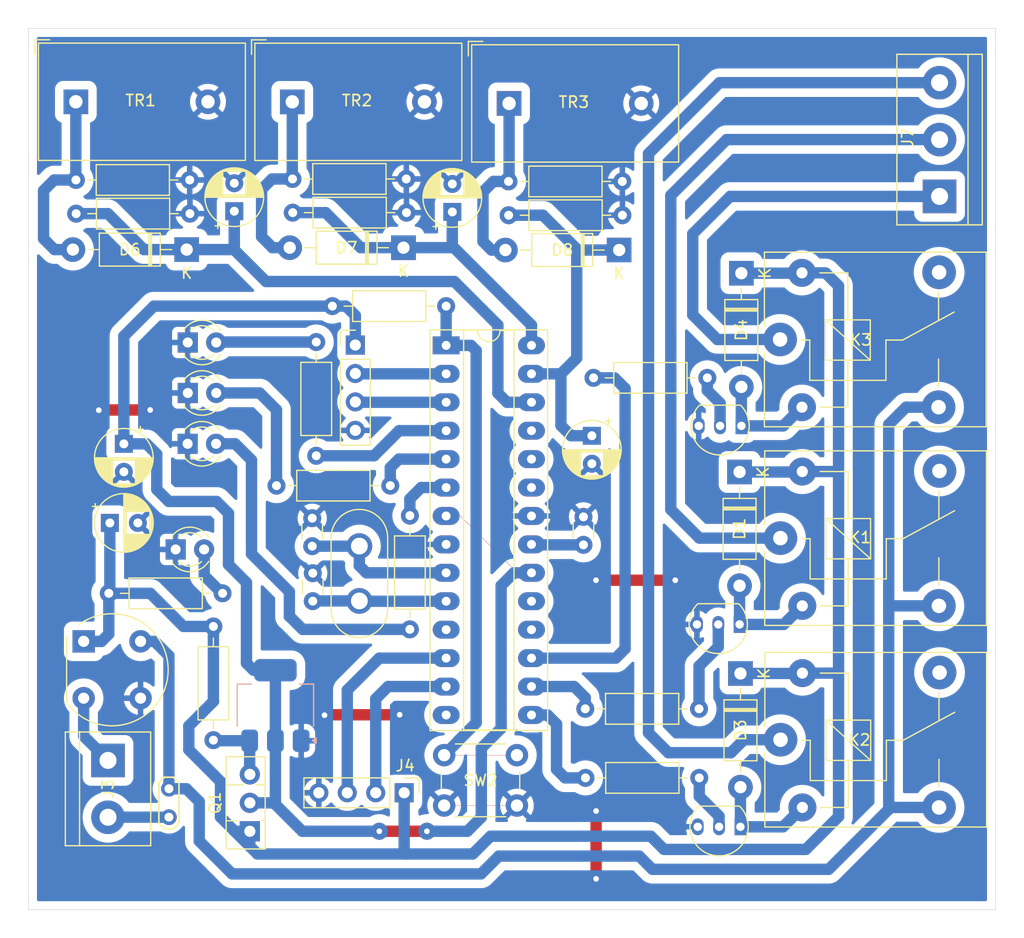
<source format=kicad_pcb>
(kicad_pcb (version 20240108) (generator "pcbnew") (generator_version "8.0")
  (layers (0 "F.Cu" signal) (31 "B.Cu" signal) (34 "B.Paste" user) (35 "F.Paste" user) (36 "B.SilkS" user "B.Silkscreen") (37 "F.SilkS" user "F.Silkscreen") (38 "B.Mask" user) (39 "F.Mask" user) (44 "Edge.Cuts" user))
  (net 0 "")
  (net 1 "+12V")
  (net 2 "GND")
  (net 3 "Net-(U2-AREF)")
  (net 4 "+5V")
  (net 5 "Net-(U2-XTAL1{slash}PB6)")
  (net 6 "Net-(U2-XTAL2{slash}PB7)")
  (net 7 "/current3")
  (net 8 "/current2")
  (net 9 "/current1")
  (net 10 "Net-(D1-A)")
  (net 11 "Net-(D2-A)")
  (net 12 "Net-(D3-A)")
  (net 13 "Net-(D4-A)")
  (net 14 "GNDPWR")
  (net 15 "AC")
  (net 16 "Net-(D6-A)")
  (net 17 "Net-(D7-A)")
  (net 18 "Net-(D8-A)")
  (net 19 "Net-(D9-A)")
  (net 20 "Net-(D10-A)")
  (net 21 "Net-(D11-A)")
  (net 22 "/Tx")
  (net 23 "/Rx")
  (net 24 "Net-(J3-Pin_2)")
  (net 25 "/GSM_Tx")
  (net 26 "/GSM_Rx")
  (net 27 "/channel3")
  (net 28 "/channel1")
  (net 29 "/channel2")
  (net 33 "Net-(Q1-B)")
  (net 34 "Net-(Q2-B)")
  (net 35 "Net-(Q3-B)")
  (net 36 "Net-(Q4-B)")
  (net 37 "Net-(SW2A-A)")
  (net 38 "/switch2")
  (net 39 "/switch3")
  (net 40 "/switch1")
  (net 41 "/led1")
  (net 42 "/led2")
  (net 43 "/led3")
  (footprint "Capacitor_THT:CP_Radial_D5.0mm_P2.50mm" (layer "F.Cu") (at 99.66 72.21 90)
    (property "Reference" "C6" (hide yes))
    (property "Value" "10uF")
  )
  (footprint "Connector_PinHeader_2.54mm:PinHeader_1x04_P2.54mm_Vertical" (layer "F.Cu") (at 110.47 84.17)
    (property "Reference" "J1" (hide yes))
    (property "Value" "Program")
  )
  (footprint "Resistor_THT:R_Axial_DIN0207_L6.3mm_D2.5mm_P10.16mm_Horizontal" (layer "F.Cu") (at 118.58 80.69 180)
    (property "Reference" "R3" (hide yes))
    (property "Value" "10k")
  )
  (footprint "Diode_THT:D_DO-41_SOD81_P10.16mm_Horizontal" (layer "F.Cu") (at 144.94 77.75 -90)
    (property "Reference" "D4")
    (property "Value" "1N4001")
  )
  (footprint "Package_DIP:DIP-28_W7.62mm_Socket_LongPads" (layer "F.Cu") (at 118.58 84.2)
    (property "Reference" "U2" (hide yes))
    (property "Value" "ATmega328P-P")
  )
  (footprint "TerminalBlock:TerminalBlock_bornier-2_P5.08mm" (layer "F.Cu") (at 88.385113 121.28 -90)
    (property "Reference" "J3")
    (property "Value" "Power")
  )
  (footprint "Resistor_THT:R_Axial_DIN0207_L6.3mm_D2.5mm_P10.16mm_Horizontal" (layer "F.Cu") (at 104.88 72.34)
    (property "Reference" "R10" (hide yes))
    (property "Value" "100k")
  )
  (footprint "Crystal:Crystal_HC50_Vertical" (layer "F.Cu") (at 110.83 107.03 90)
    (property "Reference" "Y1" (hide yes))
    (property "Value" "16MHz")
  )
  (footprint "Diode_THT:Diode_Bridge_Round_D9.8mm" (layer "F.Cu") (at 86.21 110.64)
    (property "Reference" "D5" (hide yes))
    (property "Value" "W04G")
  )
  (footprint "Diode_THT:D_DO-41_SOD81_P10.16mm_Horizontal" (layer "F.Cu") (at 95.41 75.64 180)
    (property "Reference" "D6")
    (property "Value" "1N4001")
  )
  (footprint "Resistor_THT:R_Axial_DIN0207_L6.3mm_D2.5mm_P10.16mm_Horizontal" (layer "F.Cu") (at 97.795113 109.31 -90)
    (property "Reference" "R2" (hide yes))
    (property "Value" "3")
  )
  (footprint "Transformer_THT:Transformer_Zeming_ZMCT103C" (layer "F.Cu") (at 104.84 62.44)
    (property "Reference" "TR2")
    (property "Value" "ZMCT103C")
  )
  (footprint "Capacitor_THT:CP_Radial_D5.0mm_P2.50mm" (layer "F.Cu") (at 89.8 92.994888 -90)
    (property "Reference" "C3" (hide yes))
    (property "Value" "100uF")
  )
  (footprint "Resistor_THT:R_Axial_DIN0207_L6.3mm_D2.5mm_P10.16mm_Horizontal" (layer "F.Cu") (at 124.16 72.57)
    (property "Reference" "R4" (hide yes))
    (property "Value" "100k")
  )
  (footprint "Connector_PinHeader_2.54mm:PinHeader_1x04_P2.54mm_Vertical" (layer "F.Cu") (at 114.83 124.17 -90)
    (property "Reference" "J4")
    (property "Value" "GSM")
  )
  (footprint "Capacitor_THT:CP_Radial_D5.0mm_P2.50mm" (layer "F.Cu") (at 88.550001 100.06)
    (property "Reference" "C1" (hide yes))
    (property "Value" "220uF")
  )
  (footprint "Capacitor_THT:C_Disc_D3.0mm_W1.6mm_P2.50mm" (layer "F.Cu") (at 106.67 104.55 -90)
    (property "Reference" "C5" (hide yes))
    (property "Value" "22pF")
  )
  (footprint "Relay_THT:Relay_SPDT_SANYOU_SRD_Series_Form_C" (layer "F.Cu") (at 148.44 119.43)
    (property "Reference" "K2")
    (property "Value" "SANYOU_SRD_Form_C" (hide yes))
  )
  (footprint "Capacitor_THT:CP_Radial_D5.0mm_P2.50mm" (layer "F.Cu") (at 119.13 72.275113 90)
    (property "Reference" "C7" (hide yes))
    (property "Value" "10uF")
  )
  (footprint "Diode_THT:D_DO-41_SOD81_P10.16mm_Horizontal" (layer "F.Cu") (at 144.78 95.51 -90)
    (property "Reference" "D1")
    (property "Value" "1N4001")
  )
  (footprint "Capacitor_THT:CP_Radial_D5.0mm_P2.50mm" (layer "F.Cu") (at 131.59 92.27 -90)
    (property "Reference" "C8" (hide yes))
    (property "Value" "10uF")
  )
  (footprint "TestPoint:TestPoint_2Pads_Pitch2.54mm_Drill0.8mm" (layer "F.Cu") (at 93.825113 126.35 90)
    (property "Reference" "SW1" (hide yes))
    (property "Value" "Switch")
  )
  (footprint "LED_THT:LED_D3.0mm" (layer "F.Cu") (at 95.495 92.99)
    (property "Reference" "D11" (hide yes))
    (property "Value" "Ch.1")
  )
  (footprint "Package_TO_SOT_THT:TO-92_Inline" (layer "F.Cu") (at 144.22 127.21 180)
    (property "Reference" "Q3" (hide yes))
    (property "Value" "BC547")
  )
  (footprint "Resistor_THT:R_Axial_DIN0207_L6.3mm_D2.5mm_P10.16mm_Horizontal" (layer "F.Cu") (at 131.74 87.1)
    (property "Reference" "R7" (hide yes))
    (property "Value" "10k")
  )
  (footprint "Diode_THT:D_DO-41_SOD81_P10.16mm_Horizontal" (layer "F.Cu") (at 114.77 75.47 180)
    (property "Reference" "D7")
    (property "Value" "1N4001")
  )
  (footprint "Resistor_THT:R_Axial_DIN0207_L6.3mm_D2.5mm_P10.16mm_Horizontal" (layer "F.Cu") (at 131 116.67)
    (property "Reference" "R5" (hide yes))
    (property "Value" "10k")
  )
  (footprint "LED_THT:LED_D3.0mm" (layer "F.Cu") (at 94.425 102.43)
    (property "Reference" "D2" (hide yes))
    (property "Value" "Power")
  )
  (footprint "Resistor_THT:R_Axial_DIN0207_L6.3mm_D2.5mm_P10.16mm_Horizontal" (layer "F.Cu") (at 115.34 99.41 -90)
    (property "Reference" "R15" (hide yes))
    (property "Value" "220")
  )
  (footprint "Resistor_THT:R_Axial_DIN0207_L6.3mm_D2.5mm_P10.16mm_Horizontal" (layer "F.Cu") (at 113.59 96.73 180)
    (property "Reference" "R14" (hide yes))
    (property "Value" "220")
  )
  (footprint "Resistor_THT:R_Axial_DIN0207_L6.3mm_D2.5mm_P10.16mm_Horizontal" (layer "F.Cu") (at 85.52 69.42)
    (property "Reference" "R8" (hide yes))
    (property "Value" "2.2k")
  )
  (footprint "Package_TO_SOT_THT:TO-126-3_Vertical" (layer "F.Cu") (at 101.05 127.61 90)
    (property "Reference" "Q1")
    (property "Value" "BD138")
  )
  (footprint "Capacitor_THT:C_Disc_D3.0mm_W1.6mm_P2.50mm" (layer "F.Cu") (at 106.62 102.14 90)
    (property "Reference" "C4" (hide yes))
    (property "Value" "22pF")
  )
  (footprint "Resistor_THT:R_Axial_DIN0207_L6.3mm_D2.5mm_P10.16mm_Horizontal" (layer "F.Cu") (at 106.98 94.06 90)
    (property "Reference" "R13" (hide yes))
    (property "Value" "220")
  )
  (footprint "Transformer_THT:Transformer_Zeming_ZMCT103C" (layer "F.Cu") (at 85.5125 62.4325)
    (property "Reference" "TR1")
    (property "Value" "ZMCT103C")
  )
  (footprint "Resistor_THT:R_Axial_DIN0207_L6.3mm_D2.5mm_P10.16mm_Horizontal" (layer "F.Cu") (at 131.02 122.84)
    (property "Reference" "R6" (hide yes))
    (property "Value" "10k")
  )
  (footprint "LED_THT:LED_D3.0mm" (layer "F.Cu") (at 95.51 88.45)
    (property "Reference" "D10" (hide yes))
    (property "Value" "Ch.1")
  )
  (footprint "Capacitor_THT:C_Disc_D3.0mm_W1.6mm_P2.50mm" (layer "F.Cu") (at 130.84 102.02 90)
    (property "Reference" "C2" (hide yes))
    (property "Value" "100nF")
  )
  (footprint "Button_Switch_THT:SW_PUSH_6mm" (layer "F.Cu") (at 118.4 120.81)
    (property "Reference" "SW2")
    (property "Value" "Reset")
  )
  (footprint "Transformer_THT:Transformer_Zeming_ZMCT103C" (layer "F.Cu") (at 124.2 62.58)
    (property "Reference" "TR3")
    (property "Value" "ZMCT103C")
  )
  (footprint "Package_TO_SOT_THT:TO-92_Inline" (layer "F.Cu") (at 144.31 91.39 180)
    (property "Reference" "Q4" (hide yes))
    (property "Value" "BC547")
  )
  (footprint "LED_THT:LED_D3.0mm" (layer "F.Cu") (at 95.505 83.94)
    (property "Reference" "D9" (hide yes))
    (property "Value" "Ch.1")
  )
  (footprint "Resistor_THT:R_Axial_DIN0207_L6.3mm_D2.5mm_P10.16mm_Horizontal" (layer "F.Cu") (at 88.455113 106.35)
    (property "Reference" "R1" (hide yes))
    (property "Value" "1k")
  )
  (footprint "Diode_THT:D_DO-41_SOD81_P10.16mm_Horizontal" (layer "F.Cu") (at 134.03 75.68 180)
    (property "Reference" "D8")
    (property "Value" "1N4001")
  )
  (footprint "Package_TO_SOT_THT:TO-92_Inline" (layer "F.Cu") (at 144.15 109.13 180)
    (property "Reference" "Q2" (hide yes))
    (property "Value" "BC547")
  )
  (footprint "Resistor_THT:R_Axial_DIN0207_L6.3mm_D2.5mm_P10.16mm_Horizontal" (layer "F.Cu") (at 124.15 69.55)
    (property "Reference" "R12" (hide yes))
    (property "Value" "2.2k")
  )
  (footprint "Resistor_THT:R_Axial_DIN0207_L6.3mm_D2.5mm_P10.16mm_Horizontal" (layer "F.Cu") (at 104.86 69.33)
    (property "Reference" "R11" (hide yes))
    (property "Value" "2.2k")
  )
  (footprint "TerminalBlock:TerminalBlock_bornier-3_P5.08mm" (layer "F.Cu") (at 162.64 70.89 90)
    (property "Reference" "J7")
    (property "Value" "Output Channels")
  )
  (footprint "Resistor_THT:R_Axial_DIN0207_L6.3mm_D2.5mm_P10.16mm_Horizontal" (layer "F.Cu") (at 85.54 72.43)
    (property "Reference" "R9" (hide yes))
    (property "Value" "100k")
  )
  (footprint "Diode_THT:D_DO-41_SOD81_P10.16mm_Horizontal" (layer "F.Cu") (at 144.86 113.51 -90)
    (property "Reference" "D3")
    (property "Value" "1N4001")
  )
  (footprint "Relay_THT:Relay_SPDT_SANYOU_SRD_Series_Form_C" (layer "F.Cu") (at 148.4 83.67)
    (property "Reference" "K3")
    (property "Value" "SANYOU_SRD_Form_C" (hide yes))
  )
  (footprint "Relay_THT:Relay_SPDT_SANYOU_SRD_Series_Form_C" (layer "F.Cu") (at 148.43 101.42)
    (property "Reference" "K1")
    (property "Value" "SANYOU_SRD_Form_C" (hide yes))
  )
  (footprint "Package_TO_SOT_SMD:SOT-223-3_TabPin2" (layer "B.Cu") (at 103.3325 116.37 90)
    (property "Reference" "U1" (hide yes))
    (property "Value" "AMS1117-5.0")
  )
  (gr_line (start 81.28 55.88) (end 167.64 55.88) (stroke (width 0.05)) (layer "Edge.Cuts"))
  (gr_line (start 167.64 134.62) (end 83.82 134.62) (stroke (width 0.05)) (layer "Edge.Cuts"))
  (gr_line (start 167.64 55.88) (end 167.64 134.62) (stroke (width 0.05)) (layer "Edge.Cuts"))
  (gr_line (start 83.82 134.62) (end 81.28 134.62) (stroke (width 0.05)) (layer "Edge.Cuts"))
  (gr_line (start 81.28 134.62) (end 81.28 55.88) (stroke (width 0.05)) (layer "Edge.Cuts"))
  (segment (start 101.05 128.96) (end 101.05 127.61) (width 1.016) (layer "B.Cu") (net 1))
  (segment (start 101.05 128.96) (end 99.7 127.61) (width 1.016) (layer "B.Cu") (net 1))
  (segment (start 153.62 126.31) (end 150.7 129.23) (width 1.016) (layer "B.Cu") (net 1))
  (segment (start 101.05 127.61) (end 99.7 127.61) (width 1.016) (layer "B.Cu") (net 1))
  (segment (start 88.455113 106.35) (end 88.455113 109.984887) (width 1.016) (layer "B.Cu") (net 1))
  (segment (start 122.544472 128.05) (end 120.954472 129.64) (width 1.016) (layer "B.Cu") (net 1))
  (segment (start 150.38 95.47) (end 153.59 95.47) (width 1.016) (layer "B.Cu") (net 1))
  (segment (start 99.7 127.61) (end 98.43 126.34) (width 1.016) (layer "B.Cu") (net 1))
  (segment (start 152.45 77.72) (end 153.62 78.89) (width 1.016) (layer "B.Cu") (net 1))
  (segment (start 88.455113 106.35) (end 92.16 106.35) (width 1.016) (layer "B.Cu") (net 1))
  (segment (start 88.550001 100.06) (end 88.550001 106.255112) (width 1.016) (layer "B.Cu") (net 1))
  (segment (start 150.32 77.75) (end 150.35 77.72) (width 1.016) (layer "B.Cu") (net 1))
  (segment (start 95.603113 118.196887) (end 97.8 116) (width 1.016) (layer "B.Cu") (net 1))
  (segment (start 95.12 109.31) (end 97.795113 109.31) (width 1.016) (layer "B.Cu") (net 1))
  (segment (start 150.39 113.48) (end 153.47 113.48) (width 1.016) (layer "B.Cu") (net 1))
  (segment (start 138.03 129.23) (end 136.85 128.05) (width 1.016) (layer "B.Cu") (net 1))
  (segment (start 150.7 129.23) (end 138.03 129.23) (width 1.016) (layer "B.Cu") (net 1))
  (segment (start 88.455113 109.984887) (end 87.79 110.65) (width 1.016) (layer "B.Cu") (net 1))
  (segment (start 97.8 116) (end 97.795113 115.995113) (width 1.016) (layer "B.Cu") (net 1))
  (segment (start 153.62 95.5) (end 153.62 113.33) (width 1.016) (layer "B.Cu") (net 1))
  (segment (start 114.83 124.17) (end 114.83 129.49) (width 1.016) (layer "B.Cu") (net 1))
  (segment (start 114.98 129.64) (end 101.73 129.64) (width 1.016) (layer "B.Cu") (net 1))
  (segment (start 92.16 106.35) (end 95.12 109.31) (width 1.016) (layer "B.Cu") (net 1))
  (segment (start 87.79 110.65) (end 87.26 110.65) (width 1.016) (layer "B.Cu") (net 1))
  (segment (start 144.78 95.51) (end 150.34 95.51) (width 1.016) (layer "B.Cu") (net 1))
  (segment (start 153.62 113.33) (end 153.62 126.31) (width 1.016) (layer "B.Cu") (net 1))
  (segment (start 153.62 78.89) (end 153.62 95.5) (width 1.016) (layer "B.Cu") (net 1))
  (segment (start 144.94 77.75) (end 150.32 77.75) (width 1.016) (layer "B.Cu") (net 1))
  (segment (start 153.47 113.48) (end 153.62 113.33) (width 1.016) (layer "B.Cu") (net 1))
  (segment (start 101.73 129.64) (end 101.05 128.96) (width 1.016) (layer "B.Cu") (net 1))
  (segment (start 150.34 95.51) (end 150.38 95.47) (width 1.016) (layer "B.Cu") (net 1))
  (segment (start 153.59 95.47) (end 153.62 95.5) (width 1.016) (layer "B.Cu") (net 1))
  (segment (start 87.25 110.64) (end 86.21 110.64) (width 1.016) (layer "B.Cu") (net 1))
  (segment (start 150.35 77.72) (end 152.45 77.72) (width 1.016) (layer "B.Cu") (net 1))
  (segment (start 98.43 126.34) (end 98.43 123.17) (width 1.016) (layer "B.Cu") (net 1))
  (segment (start 97.795113 115.995113) (end 97.795113 109.31) (width 1.016) (layer "B.Cu") (net 1))
  (segment (start 144.86 113.51) (end 150.36 113.51) (width 1.016) (layer "B.Cu") (net 1))
  (segment (start 87.26 110.65) (end 87.25 110.64) (width 1.016) (layer "B.Cu") (net 1))
  (segment (start 114.83 129.49) (end 114.98 129.64) (width 1.016) (layer "B.Cu") (net 1))
  (segment (start 120.954472 129.64) (end 114.98 129.64) (width 1.016) (layer "B.Cu") (net 1))
  (segment (start 95.603113 120.333113) (end 95.603113 118.196887) (width 1.016) (layer "B.Cu") (net 1))
  (segment (start 88.550001 106.255112) (end 88.455113 106.35) (width 1.016) (layer "B.Cu") (net 1))
  (segment (start 98.43 123.17) (end 97.93 122.67) (width 1.016) (layer "B.Cu") (net 1))
  (segment (start 136.85 128.05) (end 122.544472 128.05) (width 1.016) (layer "B.Cu") (net 1))
  (segment (start 97.93 122.66) (end 95.603113 120.333113) (width 1.016) (layer "B.Cu") (net 1))
  (segment (start 150.36 113.51) (end 150.39 113.48) (width 1.016) (layer "B.Cu") (net 1))
  (segment (start 97.93 122.67) (end 97.93 122.66) (width 1.016) (layer "B.Cu") (net 1))
  (segment (start 87.58 89.97) (end 87.56 89.99) (width 1.016) (layer "F.Cu") (net 2))
  (segment (start 131.97 131.86) (end 131.97 125.8) (width 1.016) (layer "F.Cu") (net 2))
  (segment (start 118.4 125.31) (end 124.9 125.31) (width 0.0254) (layer "F.Cu") (net 2))
  (segment (start 114.43 117.2) (end 107.758 117.2) (width 1.016) (layer "F.Cu") (net 2))
  (segment (start 139.04 105.18) (end 131.96 105.18) (width 1.016) (layer "F.Cu") (net 2))
  (segment (start 107.758 117.2) (end 107.718 117.24) (width 1.016) (layer "F.Cu") (net 2))
  (segment (start 92.15 89.97) (end 87.58 89.97) (width 1.016) (layer "F.Cu") (net 2))
  (via (at 114.43 117.2) (size 1.524) (drill 0.508) (layers "F.Cu" "B.Cu") (net 2))
  (via (at 131.97 125.8) (size 1.524) (drill 0.508) (layers "F.Cu" "B.Cu") (net 2))
  (via (at 92.15 89.97) (size 1.524) (drill 0.508) (layers "F.Cu" "B.Cu") (net 2))
  (via (at 131.96 105.18) (size 1.524) (drill 0.508) (layers "F.Cu" "B.Cu") (net 2))
  (via (at 87.56 89.99) (size 1.524) (drill 0.508) (layers "F.Cu" "B.Cu") (net 2))
  (via (at 131.97 131.86) (size 1.524) (drill 0.508) (layers "F.Cu" "B.Cu") (net 2))
  (via (at 139.04 105.18) (size 1.524) (drill 0.508) (layers "F.Cu" "B.Cu") (net 2))
  (via (at 107.718 117.24) (size 1.524) (drill 0.508) (layers "F.Cu" "B.Cu") (net 2))
  (segment (start 126.25 99.49) (end 126.2 99.44) (width 1.016) (layer "B.Cu") (net 2))
  (segment (start 126.24 102.02) (end 126.2 101.98) (width 1.016) (layer "B.Cu") (net 3))
  (segment (start 130.84 102.02) (end 126.24 102.02) (width 1.016) (layer "B.Cu") (net 3))
  (segment (start 112.612 127.608) (end 112.61 127.61) (width 1.016) (layer "F.Cu") (net 4))
  (segment (start 112.61 127.61) (end 112.61 127.608) (width 1.016) (layer "F.Cu") (net 4))
  (segment (start 118.58 99.44) (end 119.85 99.44) (width 0.0254) (layer "F.Cu") (net 4))
  (segment (start 119.85 99.44) (end 124.93 104.52) (width 0.0254) (layer "F.Cu") (net 4))
  (segment (start 116.862 127.608) (end 112.612 127.608) (width 1.016) (layer "F.Cu") (net 4))
  (segment (start 124.93 104.52) (end 126.2 104.52) (width 0.0254) (layer "F.Cu") (net 4))
  (via (at 112.61 127.608) (size 1.524) (drill 0.508) (layers "F.Cu" "B.Cu") (net 4))
  (via (at 116.862 127.608) (size 1.524) (drill 0.508) (layers "F.Cu" "B.Cu") (net 4))
  (segment (start 109.63 80.69) (end 110.47 81.53) (width 1.016) (layer "B.Cu") (net 4))
  (segment (start 103.3325 125.2125) (end 103.39 125.27) (width 1.016) (layer "B.Cu") (net 4))
  (segment (start 93.81 98.14) (end 98.08 98.14) (width 1.016) (layer "B.Cu") (net 4))
  (segment (start 105.728 127.608) (end 103.19 125.07) (width 1.016) (layer "B.Cu") (net 4))
  (segment (start 103.19 125.07) (end 101.05 125.07) (width 1.016) (layer "B.Cu") (net 4))
  (segment (start 121.71 120.19) (end 123.49 118.41) (width 1.016) (layer "B.Cu") (net 4))
  (segment (start 123.49 118.41) (end 123.49 105.66) (width 1.016) (layer "B.Cu") (net 4))
  (segment (start 112.61 127.608) (end 105.728 127.608) (width 1.016) (layer "B.Cu") (net 4))
  (segment (start 92.74 97.07) (end 93.81 98.14) (width 1.016) (layer "B.Cu") (net 4))
  (segment (start 92.48 80.69) (end 89.8 83.37) (width 1.016) (layer "B.Cu") (net 4))
  (segment (start 103.3325 119.52) (end 103.3325 125.2125) (width 1.016) (layer "B.Cu") (net 4))
  (segment (start 100.75 112.59) (end 101.38 113.22) (width 1.016) (layer "B.Cu") (net 4))
  (segment (start 89.8 83.37) (end 89.8 92.994888) (width 1.016) (layer "B.Cu") (net 4))
  (segment (start 89.8 92.994888) (end 91.814888 92.994888) (width 1.016) (layer "B.Cu") (net 4))
  (segment (start 116.862 127.608) (end 120.472 127.608) (width 1.016) (layer "B.Cu") (net 4))
  (segment (start 110.47 81.53) (end 110.47 84.17) (width 1.016) (layer "B.Cu") (net 4))
  (segment (start 100.75 105.39) (end 100.75 112.59) (width 1.016) (layer "B.Cu") (net 4))
  (segment (start 101.38 113.22) (end 103.3325 113.22) (width 1.016) (layer "B.Cu") (net 4))
  (segment (start 98.08 98.14) (end 99.145 99.205) (width 1.016) (layer "B.Cu") (net 4))
  (segment (start 120.472 127.608) (end 121.72 126.36) (width 1.016) (layer "B.Cu") (net 4))
  (segment (start 99.145 99.205) (end 99.145 103.785) (width 1.016) (layer "B.Cu") (net 4))
  (segment (start 123.49 105.66) (end 124.63 104.52) (width 1.016) (layer "B.Cu") (net 4))
  (segment (start 108.42 80.69) (end 92.48 80.69) (width 1.016) (layer "B.Cu") (net 4))
  (segment (start 124.63 104.52) (end 126.2 104.52) (width 1.016) (layer "B.Cu") (net 4))
  (segment (start 121.72 126.36) (end 121.72 120.2) (width 1.016) (layer "B.Cu") (net 4))
  (segment (start 92.74 93.92) (end 92.74 97.07) (width 1.016) (layer "B.Cu") (net 4))
  (segment (start 108.42 80.69) (end 109.63 80.69) (width 1.016) (layer "B.Cu") (net 4))
  (segment (start 91.814888 92.994888) (end 92.74 93.92) (width 1.016) (layer "B.Cu") (net 4))
  (segment (start 99.145 103.785) (end 100.75 105.39) (width 1.016) (layer "B.Cu") (net 4))
  (segment (start 103.3325 113.22) (end 103.3325 119.52) (width 1.016) (layer "B.Cu") (net 4))
  (segment (start 121.72 120.2) (end 121.71 120.19) (width 1.016) (layer "B.Cu") (net 4))
  (segment (start 111.46 104.52) (end 110.82 103.88) (width 1.016) (layer "B.Cu") (net 5))
  (segment (start 110.82 102.14) (end 110.83 102.13) (width 1.016) (layer "B.Cu") (net 5))
  (segment (start 118.58 104.52) (end 111.46 104.52) (width 1.016) (layer "B.Cu") (net 5))
  (segment (start 106.62 102.14) (end 110.82 102.14) (width 1.016) (layer "B.Cu") (net 5))
  (segment (start 110.82 103.88) (end 110.83 103.87) (width 1.016) (layer "B.Cu") (net 5))
  (segment (start 110.83 103.87) (end 110.83 102.13) (width 1.016) (layer "B.Cu") (net 5))
  (segment (start 110.83 107.03) (end 106.69 107.03) (width 1.016) (layer "B.Cu") (net 6))
  (segment (start 106.69 107.03) (end 106.67 107.05) (width 1.016) (layer "B.Cu") (net 6))
  (segment (start 118.58 107.06) (end 110.86 107.06) (width 1.016) (layer "B.Cu") (net 6))
  (segment (start 110.86 107.06) (end 110.83 107.03) (width 1.016) (layer "B.Cu") (net 6))
  (segment (start 99.66 72.21) (end 99.66 75.31) (width 1.016) (layer "B.Cu") (net 7))
  (segment (start 102.49 78.49) (end 119.31 78.49) (width 1.016) (layer "B.Cu") (net 7))
  (segment (start 119.31 78.49) (end 123.2 82.38) (width 1.016) (layer "B.Cu") (net 7))
  (segment (start 99.66 72.21) (end 99.66 75.66) (width 1.016) (layer "B.Cu") (net 7))
  (segment (start 123.2 88.47) (end 124.01 89.28) (width 1.016) (layer "B.Cu") (net 7))
  (segment (start 88.38 72.43) (end 91.59 75.64) (width 1.016) (layer "B.Cu") (net 7))
  (segment (start 124.01 89.28) (end 126.2 89.28) (width 1.016) (layer "B.Cu") (net 7))
  (segment (start 91.59 75.64) (end 95.41 75.64) (width 1.016) (layer "B.Cu") (net 7))
  (segment (start 99.33 75.64) (end 95.41 75.64) (width 1.016) (layer "B.Cu") (net 7))
  (segment (start 123.2 82.38) (end 123.2 88.47) (width 1.016) (layer "B.Cu") (net 7))
  (segment (start 99.66 75.66) (end 102.49 78.49) (width 1.016) (layer "B.Cu") (net 7))
  (segment (start 99.66 75.31) (end 99.33 75.64) (width 1.016) (layer "B.Cu") (net 7))
  (segment (start 85.54 72.43) (end 88.38 72.43) (width 1.016) (layer "B.Cu") (net 7))
  (segment (start 110.95 75.47) (end 114.77 75.47) (width 1.016) (layer "B.Cu") (net 8))
  (segment (start 104.88 72.34) (end 107.82 72.34) (width 1.016) (layer "B.Cu") (net 8))
  (segment (start 119.13 75.47) (end 114.77 75.47) (width 1.016) (layer "B.Cu") (net 8))
  (segment (start 107.82 72.34) (end 110.95 75.47) (width 1.016) (layer "B.Cu") (net 8))
  (segment (start 119.13 74.1) (end 119.13 75.47) (width 1.016) (layer "B.Cu") (net 8))
  (segment (start 119.13 75.32) (end 126.2 82.39) (width 1.016) (layer "B.Cu") (net 8))
  (segment (start 119.13 72.275113) (end 119.13 74.1) (width 1.016) (layer "B.Cu") (net 8))
  (segment (start 119.13 74.1) (end 119.13 75.32) (width 1.016) (layer "B.Cu") (net 8))
  (segment (start 126.2 82.39) (end 126.2 84.2) (width 1.016) (layer "B.Cu") (net 8))
  (segment (start 124.16 72.57) (end 127.22 72.57) (width 1.016) (layer "B.Cu") (net 9))
  (segment (start 130.24 75.77) (end 130.33 75.68) (width 1.016) (layer "B.Cu") (net 9))
  (segment (start 127.22 72.57) (end 130.33 75.68) (width 1.016) (layer "B.Cu") (net 9))
  (segment (start 129.74 92.27) (end 131.59 92.27) (width 1.016) (layer "B.Cu") (net 9))
  (segment (start 128.83 91.36) (end 129.74 92.27) (width 1.016) (layer "B.Cu") (net 9))
  (segment (start 128.83 86.74) (end 128.83 91.36) (width 1.016) (layer "B.Cu") (net 9))
  (segment (start 126.2 86.74) (end 128.83 86.74) (width 1.016) (layer "B.Cu") (net 9))
  (segment (start 130.33 75.68) (end 134.03 75.68) (width 1.016) (layer "B.Cu") (net 9))
  (segment (start 128.83 86.74) (end 130.24 85.33) (width 1.016) (layer "B.Cu") (net 9))
  (segment (start 130.24 85.33) (end 130.24 75.77) (width 1.016) (layer "B.Cu") (net 9))
  (segment (start 144.785 109.13) (end 148.72 109.13) (width 1.016) (layer "B.Cu") (net 10))
  (segment (start 144.78 109.125) (end 144.785 109.13) (width 1.016) (layer "B.Cu") (net 10))
  (segment (start 148.72 109.13) (end 150.38 107.47) (width 1.016) (layer "B.Cu") (net 10))
  (segment (start 144.78 105.67) (end 144.78 109.125) (width 1.016) (layer "B.Cu") (net 10))
  (segment (start 96.975 104.765) (end 96.975 102.44) (width 1.016) (layer "B.Cu") (net 11))
  (segment (start 98.56 106.35) (end 96.975 104.765) (width 1.016) (layer "B.Cu") (net 11))
  (segment (start 96.975 102.44) (end 96.965 102.43) (width 1.016) (layer "B.Cu") (net 11))
  (segment (start 98.615113 106.35) (end 98.56 106.35) (width 1.016) (layer "B.Cu") (net 11))
  (segment (start 144.86 127.205) (end 144.855 127.21) (width 1.016) (layer "B.Cu") (net 12))
  (segment (start 144.86 123.67) (end 144.86 127.205) (width 1.016) (layer "B.Cu") (net 12))
  (segment (start 148.66 127.21) (end 150.39 125.48) (width 1.016) (layer "B.Cu") (net 12))
  (segment (start 144.855 127.21) (end 148.66 127.21) (width 1.016) (layer "B.Cu") (net 12))
  (segment (start 144.94 87.91) (end 144.94 91.385) (width 1.016) (layer "B.Cu") (net 13))
  (segment (start 144.94 91.385) (end 144.945 91.39) (width 1.016) (layer "B.Cu") (net 13))
  (segment (start 144.945 91.39) (end 148.68 91.39) (width 1.016) (layer "B.Cu") (net 13))
  (segment (start 148.68 91.39) (end 150.35 89.72) (width 1.016) (layer "B.Cu") (net 13))
  (segment (start 86.21 115.72) (end 86.21 119.104887) (width 1.016) (layer "B.Cu") (net 14))
  (segment (start 86.21 119.104887) (end 88.385113 121.28) (width 1.016) (layer "B.Cu") (net 14))
  (segment (start 152.742 131.008) (end 136.998 131.008) (width 1.016) (layer "B.Cu") (net 15))
  (segment (start 158.1 125.65) (end 152.742 131.008) (width 1.016) (layer "B.Cu") (net 15))
  (segment (start 96.53 128.48) (end 96.53 124.96) (width 1.016) (layer "B.Cu") (net 15))
  (segment (start 158.1 107.41) (end 158.1 125.65) (width 1.016) (layer "B.Cu") (net 15))
  (segment (start 92.54 110.64) (end 91.29 110.64) (width 1.016) (layer "B.Cu") (net 15))
  (segment (start 135.818 129.828) (end 123.280944 129.828) (width 1.016) (layer "B.Cu") (net 15))
  (segment (start 162.58 107.47) (end 158.16 107.47) (width 1.016) (layer "B.Cu") (net 15))
  (segment (start 136.998 131.008) (end 135.818 129.828) (width 1.016) (layer "B.Cu") (net 15))
  (segment (start 93.825113 123.81) (end 93.825113 111.925113) (width 1.016) (layer "B.Cu") (net 15))
  (segment (start 162.55 89.72) (end 159.65 89.72) (width 1.016) (layer "B.Cu") (net 15))
  (segment (start 159.65 89.72) (end 158.1 91.27) (width 1.016) (layer "B.Cu") (net 15))
  (segment (start 158.16 107.47) (end 158.1 107.41) (width 1.016) (layer "B.Cu") (net 15))
  (segment (start 158.27 125.48) (end 158.1 125.65) (width 1.016) (layer "B.Cu") (net 15))
  (segment (start 162.59 125.48) (end 158.27 125.48) (width 1.016) (layer "B.Cu") (net 15))
  (segment (start 93.825113 111.925113) (end 92.54 110.64) (width 1.016) (layer "B.Cu") (net 15))
  (segment (start 121.690944 131.418) (end 99.468 131.418) (width 1.016) (layer "B.Cu") (net 15))
  (segment (start 99.468 131.418) (end 96.53 128.48) (width 1.016) (layer "B.Cu") (net 15))
  (segment (start 95.38 123.81) (end 93.825113 123.81) (width 1.016) (layer "B.Cu") (net 15))
  (segment (start 158.1 91.27) (end 158.1 107.41) (width 1.016) (layer "B.Cu") (net 15))
  (segment (start 96.53 124.96) (end 95.38 123.81) (width 1.016) (layer "B.Cu") (net 15))
  (segment (start 123.280944 129.828) (end 121.690944 131.418) (width 1.016) (layer "B.Cu") (net 15))
  (segment (start 85.52 69.42) (end 83.58 69.42) (width 1.016) (layer "B.Cu") (net 16))
  (segment (start 83.58 69.42) (end 82.63 70.37) (width 1.016) (layer "B.Cu") (net 16))
  (segment (start 85.5125 62.4325) (end 85.5125 69.4125) (width 1.016) (layer "B.Cu") (net 16))
  (segment (start 82.63 70.37) (end 82.63 74.67) (width 1.016) (layer "B.Cu") (net 16))
  (segment (start 82.63 74.67) (end 83.6 75.64) (width 1.016) (layer "B.Cu") (net 16))
  (segment (start 85.5125 69.4125) (end 85.52 69.42) (width 1.016) (layer "B.Cu") (net 16))
  (segment (start 83.6 75.64) (end 85.25 75.64) (width 1.016) (layer "B.Cu") (net 16))
  (segment (start 104.86 69.33) (end 103.03 69.33) (width 1.016) (layer "B.Cu") (net 17))
  (segment (start 103.07 75.47) (end 104.61 75.47) (width 1.016) (layer "B.Cu") (net 17))
  (segment (start 103.03 69.33) (end 102.1 70.26) (width 1.016) (layer "B.Cu") (net 17))
  (segment (start 104.84 62.44) (end 104.84 69.31) (width 1.016) (layer "B.Cu") (net 17))
  (segment (start 104.84 69.31) (end 104.86 69.33) (width 1.016) (layer "B.Cu") (net 17))
  (segment (start 102.1 70.26) (end 102.1 74.5) (width 1.016) (layer "B.Cu") (net 17))
  (segment (start 102.1 74.5) (end 103.07 75.47) (width 1.016) (layer "B.Cu") (net 17))
  (segment (start 122.8 69.55) (end 124.15 69.55) (width 1.016) (layer "B.Cu") (net 18))
  (segment (start 124.2 69.5) (end 124.15 69.55) (width 1.016) (layer "B.Cu") (net 18))
  (segment (start 122.63 75.68) (end 121.87 74.92) (width 1.016) (layer "B.Cu") (net 18))
  (segment (start 124.2 62.58) (end 124.2 69.5) (width 1.016) (layer "B.Cu") (net 18))
  (segment (start 121.87 74.92) (end 121.87 70.48) (width 1.016) (layer "B.Cu") (net 18))
  (segment (start 121.87 70.48) (end 122.8 69.55) (width 1.016) (layer "B.Cu") (net 18))
  (segment (start 123.87 75.68) (end 122.63 75.68) (width 1.016) (layer "B.Cu") (net 18))
  (segment (start 106.98 83.9) (end 98.085 83.9) (width 1.016) (layer "B.Cu") (net 19))
  (segment (start 98.085 83.9) (end 98.045 83.94) (width 1.016) (layer "B.Cu") (net 19))
  (segment (start 103.43 96.73) (end 103.43 89.96) (width 1.016) (layer "B.Cu") (net 20))
  (segment (start 103.43 89.96) (end 101.92 88.45) (width 1.016) (layer "B.Cu") (net 20))
  (segment (start 101.92 88.45) (end 98.05 88.45) (width 1.016) (layer "B.Cu") (net 20))
  (segment (start 105.76 109.57) (end 115.34 109.57) (width 1.016) (layer "B.Cu") (net 21))
  (segment (start 104.58 108.42) (end 104.61 108.42) (width 1.016) (layer "B.Cu") (net 21))
  (segment (start 101.2 102.83) (end 104.58 106.21) (width 1.016) (layer "B.Cu") (net 21))
  (segment (start 104.61 108.42) (end 105.76 109.57) (width 1.016) (layer "B.Cu") (net 21))
  (segment (start 99.74 92.99) (end 101.2 94.45) (width 1.016) (layer "B.Cu") (net 21))
  (segment (start 98.035 92.99) (end 99.74 92.99) (width 1.016) (layer "B.Cu") (net 21))
  (segment (start 101.2 94.45) (end 101.2 102.83) (width 1.016) (layer "B.Cu") (net 21))
  (segment (start 104.58 106.21) (end 104.58 108.42) (width 1.016) (layer "B.Cu") (net 21))
  (segment (start 118.58 89.28) (end 110.5 89.28) (width 1.016) (layer "B.Cu") (net 22))
  (segment (start 110.5 89.28) (end 110.47 89.25) (width 1.016) (layer "B.Cu") (net 22))
  (segment (start 110.5 86.74) (end 110.47 86.71) (width 1.016) (layer "B.Cu") (net 23))
  (segment (start 118.58 86.74) (end 110.5 86.74) (width 1.016) (layer "B.Cu") (net 23))
  (segment (start 93.825113 126.35) (end 88.395113 126.35) (width 1.016) (layer "B.Cu") (net 24))
  (segment (start 88.395113 126.35) (end 88.385113 126.36) (width 1.016) (layer "B.Cu") (net 24))
  (segment (start 109.75 115) (end 109.75 124.17) (width 1.016) (layer "B.Cu") (net 25))
  (segment (start 112.61 112.14) (end 109.75 115) (width 1.016) (layer "B.Cu") (net 25))
  (segment (start 118.58 112.14) (end 112.61 112.14) (width 1.016) (layer "B.Cu") (net 25))
  (segment (start 118.58 114.68) (end 113.39 114.68) (width 1.016) (layer "B.Cu") (net 26))
  (segment (start 113.39 114.68) (end 112.29 115.78) (width 1.016) (layer "B.Cu") (net 26))
  (segment (start 112.29 115.78) (end 112.29 124.17) (width 1.016) (layer "B.Cu") (net 26))
  (segment (start 142.99 60.73) (end 162.64 60.73) (width 1.016) (layer "B.Cu") (net 27))
  (segment (start 144.01 120.59) (end 138.42 120.59) (width 1.016) (layer "B.Cu") (net 27))
  (segment (start 145.17 119.43) (end 144.01 120.59) (width 1.016) (layer "B.Cu") (net 27))
  (segment (start 136.65 118.82) (end 136.65 67.07) (width 1.016) (layer "B.Cu") (net 27))
  (segment (start 148.44 119.43) (end 145.17 119.43) (width 1.016) (layer "B.Cu") (net 27))
  (segment (start 136.65 67.07) (end 142.99 60.73) (width 1.016) (layer "B.Cu") (net 27))
  (segment (start 138.42 120.59) (end 136.65 118.82) (width 1.016) (layer "B.Cu") (net 27))
  (segment (start 162.64 70.89) (end 143.94 70.89) (width 1.016) (layer "B.Cu") (net 28))
  (segment (start 140.6 74.23) (end 140.6 81.48) (width 1.016) (layer "B.Cu") (net 28))
  (segment (start 142.79 83.67) (end 148.4 83.67) (width 1.016) (layer "B.Cu") (net 28))
  (segment (start 143.94 70.89) (end 140.6 74.23) (width 1.016) (layer "B.Cu") (net 28))
  (segment (start 140.6 81.48) (end 142.79 83.67) (width 1.016) (layer "B.Cu") (net 28))
  (segment (start 162.64 65.81) (end 143.63 65.81) (width 1.016) (layer "B.Cu") (net 29))
  (segment (start 138.64 98.86) (end 141.2 101.42) (width 1.016) (layer "B.Cu") (net 29))
  (segment (start 141.2 101.42) (end 148.43 101.42) (width 1.016) (layer "B.Cu") (net 29))
  (segment (start 143.63 65.81) (end 138.64 70.8) (width 1.016) (layer "B.Cu") (net 29))
  (segment (start 138.64 70.8) (end 138.64 98.86) (width 1.016) (layer "B.Cu") (net 29))
  (segment (start 101.0325 119.52) (end 101.0325 122.5125) (width 1.016) (layer "B.Cu") (net 33))
  (segment (start 97.845113 119.52) (end 97.795113 119.47) (width 1.016) (layer "B.Cu") (net 33))
  (segment (start 101.0325 122.5125) (end 101.05 122.53) (width 1.016) (layer "B.Cu") (net 33))
  (segment (start 101.0325 119.52) (end 97.845113 119.52) (width 1.016) (layer "B.Cu") (net 33))
  (segment (start 142.88 111.14) (end 141.16 112.86) (width 1.016) (layer "B.Cu") (net 34))
  (segment (start 142.88 109.13) (end 142.88 111.14) (width 1.016) (layer "B.Cu") (net 34))
  (segment (start 141.16 112.86) (end 141.16 116.67) (width 1.016) (layer "B.Cu") (net 34))
  (segment (start 142.95 126.26) (end 141.18 124.49) (width 1.016) (layer "B.Cu") (net 35))
  (segment (start 142.95 127.21) (end 142.95 126.26) (width 1.016) (layer "B.Cu") (net 35))
  (segment (start 141.18 124.49) (end 141.18 122.84) (width 1.016) (layer "B.Cu") (net 35))
  (segment (start 143.04 89.361687) (end 141.9 88.221687) (width 1.016) (layer "B.Cu") (net 36))
  (segment (start 143.04 91.39) (end 143.04 89.361687) (width 1.016) (layer "B.Cu") (net 36))
  (segment (start 141.9 88.221687) (end 141.9 87.1) (width 1.016) (layer "B.Cu") (net 36))
  (segment (start 124.9 120.81) (end 118.4 120.81) (width 0.0254) (layer "F.Cu") (net 37))
  (segment (start 121.26 117.92) (end 119.69 119.49) (width 1.016) (layer "B.Cu") (net 37))
  (segment (start 119.69 119.49) (end 119.69 119.52) (width 1.016) (layer "B.Cu") (net 37))
  (segment (start 120.796 84.2) (end 121.26 84.664) (width 1.016) (layer "B.Cu") (net 37))
  (segment (start 119.69 119.52) (end 118.4 120.81) (width 1.016) (layer "B.Cu") (net 37))
  (segment (start 121.26 84.664) (end 121.26 117.92) (width 1.016) (layer "B.Cu") (net 37))
  (segment (start 118.58 84.2) (end 120.796 84.2) (width 1.016) (layer "B.Cu") (net 37))
  (segment (start 118.58 80.69) (end 118.58 84.2) (width 1.016) (layer "B.Cu") (net 37))
  (segment (start 130.01 114.68) (end 131 115.67) (width 1.016) (layer "B.Cu") (net 38))
  (segment (start 126.2 114.68) (end 130.01 114.68) (width 1.016) (layer "B.Cu") (net 38))
  (segment (start 131 115.67) (end 131 116.67) (width 1.016) (layer "B.Cu") (net 38))
  (segment (start 127.63 117.22) (end 128.44 118.03) (width 1.016) (layer "B.Cu") (net 39))
  (segment (start 126.2 117.22) (end 127.63 117.22) (width 1.016) (layer "B.Cu") (net 39))
  (segment (start 129.2 122.84) (end 131.02 122.84) (width 1.016) (layer "B.Cu") (net 39))
  (segment (start 128.44 118.03) (end 128.44 122.08) (width 1.016) (layer "B.Cu") (net 39))
  (segment (start 128.44 122.08) (end 129.2 122.84) (width 1.016) (layer "B.Cu") (net 39))
  (segment (start 133.61 87.1) (end 134.56 88.05) (width 1.016) (layer "B.Cu") (net 40))
  (segment (start 134.56 111.3) (end 133.72 112.14) (width 1.016) (layer "B.Cu") (net 40))
  (segment (start 133.72 112.14) (end 126.2 112.14) (width 1.016) (layer "B.Cu") (net 40))
  (segment (start 131.74 87.1) (end 133.61 87.1) (width 1.016) (layer "B.Cu") (net 40))
  (segment (start 134.56 88.05) (end 134.56 111.3) (width 1.016) (layer "B.Cu") (net 40))
  (segment (start 114.375528 91.82) (end 112.135528 94.06) (width 1.016) (layer "B.Cu") (net 41))
  (segment (start 112.135528 94.06) (end 106.98 94.06) (width 1.016) (layer "B.Cu") (net 41))
  (segment (start 118.58 91.82) (end 114.375528 91.82) (width 1.016) (layer "B.Cu") (net 41))
  (segment (start 113.59 95.12) (end 113.59 96.73) (width 1.016) (layer "B.Cu") (net 42))
  (segment (start 118.58 94.36) (end 114.35 94.36) (width 1.016) (layer "B.Cu") (net 42))
  (segment (start 114.35 94.36) (end 113.59 95.12) (width 1.016) (layer "B.Cu") (net 42))
  (segment (start 116.347423 96.9) (end 115.34 97.907423) (width 1.016) (layer "B.Cu") (net 43))
  (segment (start 115.34 97.907423) (end 115.34 99.41) (width 1.016) (layer "B.Cu") (net 43))
  (segment (start 118.58 96.9) (end 116.347423 96.9) (width 1.016) (layer "B.Cu") (net 43))
  (zone (net 2) (net_name "GND") (layer "B.Cu") (connect_pads (clearance 0.5)) (min_thickness 0.25) (fill yes (thermal_gap 0.5) (thermal_bridge_width 0.5))
    (polygon (pts (xy 170.18 53.34) (xy 170.18 137.16) (xy 78.74 137.16) (xy 78.74 53.34)))
  )
)
</source>
